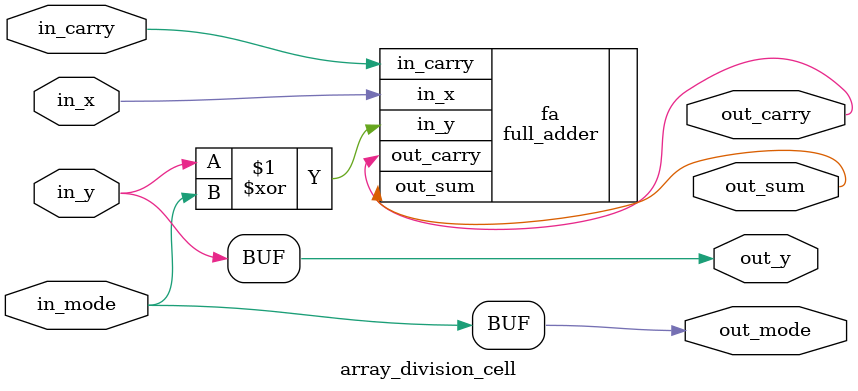
<source format=v>
module array_division_cell(input in_x, input in_y, input in_mode, input in_carry, output out_sum, output out_y, output out_mode, output out_carry);

	assign out_y = in_y;
	assign out_mode = in_mode;
	
	full_adder fa(.in_x (in_x),
		.in_y ((in_y ^ in_mode)),
		.in_carry (in_carry),
		.out_sum (out_sum),
		.out_carry (out_carry));

endmodule

</source>
